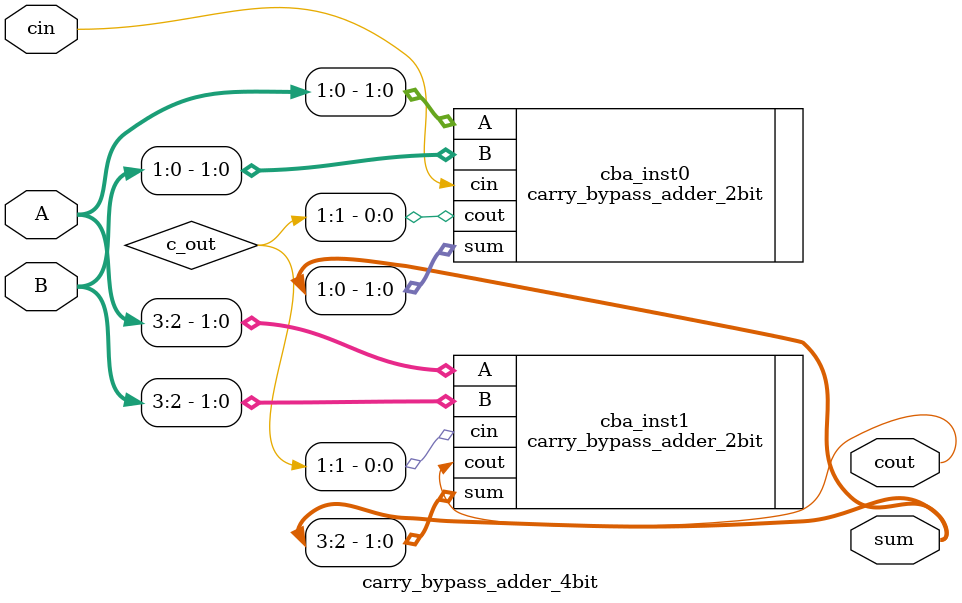
<source format=v>
`timescale 1ns / 1ps


module carry_bypass_adder_4bit(
    input [3:0] A,
    input [3:0] B,
    input cin,
    output [3:0] sum,
    output cout
);

wire [3:0] c_out;
wire [3:0] s_wire;

carry_bypass_adder_2bit cba_inst0 (
    .A(A[1:0]),
    .B(B[1:0]),
    .cin(cin),
    .sum(sum[1:0]),
    .cout(c_out[1])
);
carry_bypass_adder_2bit cba_inst1 (
    .A(A[3:2]),
    .B(B[3:2]),
    .cin(c_out[1]),
    .sum(sum[3:2]),
    .cout(cout)
);

endmodule


</source>
